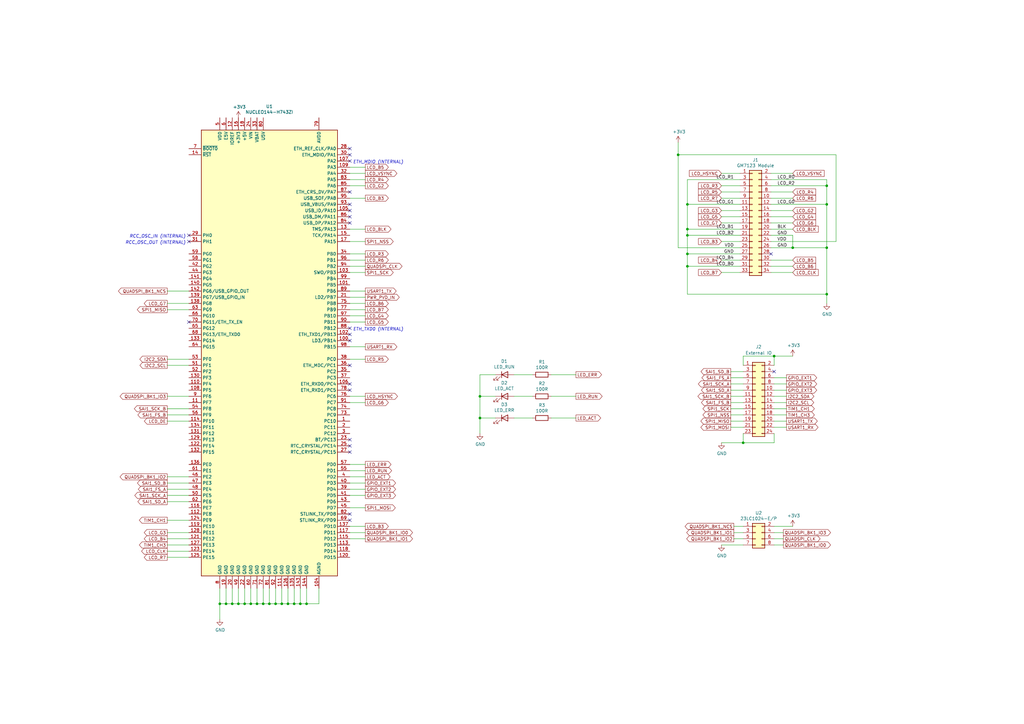
<source format=kicad_sch>
(kicad_sch (version 20211123) (generator eeschema)
  (paper "A3")
  (title_block (title "Stock Price Display") (date "2022-06-09") (company "Jeonghyun Kim"))
  (lib_symbols
    (symbol "2022_barami-rescue:+3.3V-power" (power) (pin_names (offset 0))
      (property "Value" "+3.3V-power" (at 0 3.556 0))
      (symbol "+3.3V-power_0_1"
        (polyline (pts (xy -0.762 1.27) (xy 0 2.54)))
        (polyline (pts (xy 0 0) (xy 0 2.54)))
        (polyline (pts (xy 0 2.54) (xy 0.762 1.27)))
      )
      (symbol "+3.3V-power_1_1"
        (pin power_in line (at 0 0 90) (length 0) hide (name "+3V3") (number "1"))
      )
    )
    (symbol "Connector_Generic:Conn_02x04_Odd_Even" (pin_names (offset 1.016) hide)
      (property "Reference" "J" (at 1.27 5.08 0))
      (property "Value" "Conn_02x04_Odd_Even" (at 1.27 -7.62 0))
      (symbol "Conn_02x04_Odd_Even_1_1"
        (rectangle (start -1.27 -4.953) (end 0 -5.207) (stroke (width 0.1524)))
        (rectangle (start -1.27 -2.413) (end 0 -2.667) (stroke (width 0.1524)))
        (rectangle (start -1.27 0.127) (end 0 -0.127) (stroke (width 0.1524)))
        (rectangle (start -1.27 2.667) (end 0 2.413) (stroke (width 0.1524)))
        (rectangle (start -1.27 3.81) (end 3.81 -6.35) (stroke (width 0.254)) (fill (type background)))
        (rectangle (start 3.81 -4.953) (end 2.54 -5.207) (stroke (width 0.1524)))
        (rectangle (start 3.81 -2.413) (end 2.54 -2.667) (stroke (width 0.1524)))
        (rectangle (start 3.81 0.127) (end 2.54 -0.127) (stroke (width 0.1524)))
        (rectangle (start 3.81 2.667) (end 2.54 2.413) (stroke (width 0.1524)))
        (pin passive line (at -5.08 2.54 0) (length 3.81) (name "Pin_1") (number "1"))
        (pin passive line (at 7.62 2.54 180) (length 3.81) (name "Pin_2") (number "2"))
        (pin passive line (at -5.08 0 0) (length 3.81) (name "Pin_3") (number "3"))
        (pin passive line (at 7.62 0 180) (length 3.81) (name "Pin_4") (number "4"))
        (pin passive line (at -5.08 -2.54 0) (length 3.81) (name "Pin_5") (number "5"))
        (pin passive line (at 7.62 -2.54 180) (length 3.81) (name "Pin_6") (number "6"))
        (pin passive line (at -5.08 -5.08 0) (length 3.81) (name "Pin_7") (number "7"))
        (pin passive line (at 7.62 -5.08 180) (length 3.81) (name "Pin_8") (number "8"))
      )
    )
    (symbol "Connector_Generic:Conn_02x12_Odd_Even" (pin_names (offset 1.016) hide)
      (property "Reference" "J" (at 1.27 15.24 0))
      (property "Value" "Conn_02x12_Odd_Even" (at 1.27 -17.78 0))
      (symbol "Conn_02x12_Odd_Even_1_1"
        (rectangle (start -1.27 -15.113) (end 0 -15.367) (stroke (width 0.1524)))
        (rectangle (start -1.27 -12.573) (end 0 -12.827) (stroke (width 0.1524)))
        (rectangle (start -1.27 -10.033) (end 0 -10.287) (stroke (width 0.1524)))
        (rectangle (start -1.27 -7.493) (end 0 -7.747) (stroke (width 0.1524)))
        (rectangle (start -1.27 -4.953) (end 0 -5.207) (stroke (width 0.1524)))
        (rectangle (start -1.27 -2.413) (end 0 -2.667) (stroke (width 0.1524)))
        (rectangle (start -1.27 0.127) (end 0 -0.127) (stroke (width 0.1524)))
        (rectangle (start -1.27 2.667) (end 0 2.413) (stroke (width 0.1524)))
        (rectangle (start -1.27 5.207) (end 0 4.953) (stroke (width 0.1524)))
        (rectangle (start -1.27 7.747) (end 0 7.493) (stroke (width 0.1524)))
        (rectangle (start -1.27 10.287) (end 0 10.033) (stroke (width 0.1524)))
        (rectangle (start -1.27 12.827) (end 0 12.573) (stroke (width 0.1524)))
        (rectangle (start -1.27 13.97) (end 3.81 -16.51) (stroke (width 0.254)) (fill (type background)))
        (rectangle (start 3.81 -15.113) (end 2.54 -15.367) (stroke (width 0.1524)))
        (rectangle (start 3.81 -12.573) (end 2.54 -12.827) (stroke (width 0.1524)))
        (rectangle (start 3.81 -10.033) (end 2.54 -10.287) (stroke (width 0.1524)))
        (rectangle (start 3.81 -7.493) (end 2.54 -7.747) (stroke (width 0.1524)))
        (rectangle (start 3.81 -4.953) (end 2.54 -5.207) (stroke (width 0.1524)))
        (rectangle (start 3.81 -2.413) (end 2.54 -2.667) (stroke (width 0.1524)))
        (rectangle (start 3.81 0.127) (end 2.54 -0.127) (stroke (width 0.1524)))
        (rectangle (start 3.81 2.667) (end 2.54 2.413) (stroke (width 0.1524)))
        (rectangle (start 3.81 5.207) (end 2.54 4.953) (stroke (width 0.1524)))
        (rectangle (start 3.81 7.747) (end 2.54 7.493) (stroke (width 0.1524)))
        (rectangle (start 3.81 10.287) (end 2.54 10.033) (stroke (width 0.1524)))
        (rectangle (start 3.81 12.827) (end 2.54 12.573) (stroke (width 0.1524)))
        (pin passive line (at -5.08 12.7 0) (length 3.81) (name "Pin_1") (number "1"))
        (pin passive line (at 7.62 2.54 180) (length 3.81) (name "Pin_10") (number "10"))
        (pin passive line (at -5.08 0 0) (length 3.81) (name "Pin_11") (number "11"))
        (pin passive line (at 7.62 0 180) (length 3.81) (name "Pin_12") (number "12"))
        (pin passive line (at -5.08 -2.54 0) (length 3.81) (name "Pin_13") (number "13"))
        (pin passive line (at 7.62 -2.54 180) (length 3.81) (name "Pin_14") (number "14"))
        (pin passive line (at -5.08 -5.08 0) (length 3.81) (name "Pin_15") (number "15"))
        (pin passive line (at 7.62 -5.08 180) (length 3.81) (name "Pin_16") (number "16"))
        (pin passive line (at -5.08 -7.62 0) (length 3.81) (name "Pin_17") (number "17"))
        (pin passive line (at 7.62 -7.62 180) (length 3.81) (name "Pin_18") (number "18"))
        (pin passive line (at -5.08 -10.16 0) (length 3.81) (name "Pin_19") (number "19"))
        (pin passive line (at 7.62 12.7 180) (length 3.81) (name "Pin_2") (number "2"))
        (pin passive line (at 7.62 -10.16 180) (length 3.81) (name "Pin_20") (number "20"))
        (pin passive line (at -5.08 -12.7 0) (length 3.81) (name "Pin_21") (number "21"))
        (pin passive line (at 7.62 -12.7 180) (length 3.81) (name "Pin_22") (number "22"))
        (pin passive line (at -5.08 -15.24 0) (length 3.81) (name "Pin_23") (number "23"))
        (pin passive line (at 7.62 -15.24 180) (length 3.81) (name "Pin_24") (number "24"))
        (pin passive line (at -5.08 10.16 0) (length 3.81) (name "Pin_3") (number "3"))
        (pin passive line (at 7.62 10.16 180) (length 3.81) (name "Pin_4") (number "4"))
        (pin passive line (at -5.08 7.62 0) (length 3.81) (name "Pin_5") (number "5"))
        (pin passive line (at 7.62 7.62 180) (length 3.81) (name "Pin_6") (number "6"))
        (pin passive line (at -5.08 5.08 0) (length 3.81) (name "Pin_7") (number "7"))
        (pin passive line (at 7.62 5.08 180) (length 3.81) (name "Pin_8") (number "8"))
        (pin passive line (at -5.08 2.54 0) (length 3.81) (name "Pin_9") (number "9"))
      )
    )
    (symbol "Connector_Generic:Conn_02x17_Odd_Even" (pin_names (offset 1.016) hide)
      (property "Reference" "J" (at 1.27 22.86 0))
      (property "Value" "Conn_02x17_Odd_Even" (at 1.27 -22.86 0))
      (symbol "Conn_02x17_Odd_Even_1_1"
        (rectangle (start -1.27 -20.193) (end 0 -20.447) (stroke (width 0.1524)))
        (rectangle (start -1.27 -17.653) (end 0 -17.907) (stroke (width 0.1524)))
        (rectangle (start -1.27 -15.113) (end 0 -15.367) (stroke (width 0.1524)))
        (rectangle (start -1.27 -12.573) (end 0 -12.827) (stroke (width 0.1524)))
        (rectangle (start -1.27 -10.033) (end 0 -10.287) (stroke (width 0.1524)))
        (rectangle (start -1.27 -7.493) (end 0 -7.747) (stroke (width 0.1524)))
        (rectangle (start -1.27 -4.953) (end 0 -5.207) (stroke (width 0.1524)))
        (rectangle (start -1.27 -2.413) (end 0 -2.667) (stroke (width 0.1524)))
        (rectangle (start -1.27 0.127) (end 0 -0.127) (stroke (width 0.1524)))
        (rectangle (start -1.27 2.667) (end 0 2.413) (stroke (width 0.1524)))
        (rectangle (start -1.27 5.207) (end 0 4.953) (stroke (width 0.1524)))
        (rectangle (start -1.27 7.747) (end 0 7.493) (stroke (width 0.1524)))
        (rectangle (start -1.27 10.287) (end 0 10.033) (stroke (width 0.1524)))
        (rectangle (start -1.27 12.827) (end 0 12.573) (stroke (width 0.1524)))
        (rectangle (start -1.27 15.367) (end 0 15.113) (stroke (width 0.1524)))
        (rectangle (start -1.27 17.907) (end 0 17.653) (stroke (width 0.1524)))
        (rectangle (start -1.27 20.447) (end 0 20.193) (stroke (width 0.1524)))
        (rectangle (start -1.27 21.59) (end 3.81 -21.59) (stroke (width 0.254)) (fill (type background)))
        (rectangle (start 3.81 -20.193) (end 2.54 -20.447) (stroke (width 0.1524)))
        (rectangle (start 3.81 -17.653) (end 2.54 -17.907) (stroke (width 0.1524)))
        (rectangle (start 3.81 -15.113) (end 2.54 -15.367) (stroke (width 0.1524)))
        (rectangle (start 3.81 -12.573) (end 2.54 -12.827) (stroke (width 0.1524)))
        (rectangle (start 3.81 -10.033) (end 2.54 -10.287) (stroke (width 0.1524)))
        (rectangle (start 3.81 -7.493) (end 2.54 -7.747) (stroke (width 0.1524)))
        (rectangle (start 3.81 -4.953) (end 2.54 -5.207) (stroke (width 0.1524)))
        (rectangle (start 3.81 -2.413) (end 2.54 -2.667) (stroke (width 0.1524)))
        (rectangle (start 3.81 0.127) (end 2.54 -0.127) (stroke (width 0.1524)))
        (rectangle (start 3.81 2.667) (end 2.54 2.413) (stroke (width 0.1524)))
        (rectangle (start 3.81 5.207) (end 2.54 4.953) (stroke (width 0.1524)))
        (rectangle (start 3.81 7.747) (end 2.54 7.493) (stroke (width 0.1524)))
        (rectangle (start 3.81 10.287) (end 2.54 10.033) (stroke (width 0.1524)))
        (rectangle (start 3.81 12.827) (end 2.54 12.573) (stroke (width 0.1524)))
        (rectangle (start 3.81 15.367) (end 2.54 15.113) (stroke (width 0.1524)))
        (rectangle (start 3.81 17.907) (end 2.54 17.653) (stroke (width 0.1524)))
        (rectangle (start 3.81 20.447) (end 2.54 20.193) (stroke (width 0.1524)))
        (pin passive line (at -5.08 20.32 0) (length 3.81) (name "Pin_1") (number "1"))
        (pin passive line (at 7.62 10.16 180) (length 3.81) (name "Pin_10") (number "10"))
        (pin passive line (at -5.08 7.62 0) (length 3.81) (name "Pin_11") (number "11"))
        (pin passive line (at 7.62 7.62 180) (length 3.81) (name "Pin_12") (number "12"))
        (pin passive line (at -5.08 5.08 0) (length 3.81) (name "Pin_13") (number "13"))
        (pin passive line (at 7.62 5.08 180) (length 3.81) (name "Pin_14") (number "14"))
        (pin passive line (at -5.08 2.54 0) (length 3.81) (name "Pin_15") (number "15"))
        (pin passive line (at 7.62 2.54 180) (length 3.81) (name "Pin_16") (number "16"))
        (pin passive line (at -5.08 0 0) (length 3.81) (name "Pin_17") (number "17"))
        (pin passive line (at 7.62 0 180) (length 3.81) (name "Pin_18") (number "18"))
        (pin passive line (at -5.08 -2.54 0) (length 3.81) (name "Pin_19") (number "19"))
        (pin passive line (at 7.62 20.32 180) (length 3.81) (name "Pin_2") (number "2"))
        (pin passive line (at 7.62 -2.54 180) (length 3.81) (name "Pin_20") (number "20"))
        (pin passive line (at -5.08 -5.08 0) (length 3.81) (name "Pin_21") (number "21"))
        (pin passive line (at 7.62 -5.08 180) (length 3.81) (name "Pin_22") (number "22"))
        (pin passive line (at -5.08 -7.62 0) (length 3.81) (name "Pin_23") (number "23"))
        (pin passive line (at 7.62 -7.62 180) (length 3.81) (name "Pin_24") (number "24"))
        (pin passive line (at -5.08 -10.16 0) (length 3.81) (name "Pin_25") (number "25"))
        (pin passive line (at 7.62 -10.16 180) (length 3.81) (name "Pin_26") (number "26"))
        (pin passive line (at -5.08 -12.7 0) (length 3.81) (name "Pin_27") (number "27"))
        (pin passive line (at 7.62 -12.7 180) (length 3.81) (name "Pin_28") (number "28"))
        (pin passive line (at -5.08 -15.24 0) (length 3.81) (name "Pin_29") (number "29"))
        (pin passive line (at -5.08 17.78 0) (length 3.81) (name "Pin_3") (number "3"))
        (pin passive line (at 7.62 -15.24 180) (length 3.81) (name "Pin_30") (number "30"))
        (pin passive line (at -5.08 -17.78 0) (length 3.81) (name "Pin_31") (number "31"))
        (pin passive line (at 7.62 -17.78 180) (length 3.81) (name "Pin_32") (number "32"))
        (pin passive line (at -5.08 -20.32 0) (length 3.81) (name "Pin_33") (number "33"))
        (pin passive line (at 7.62 -20.32 180) (length 3.81) (name "Pin_34") (number "34"))
        (pin passive line (at 7.62 17.78 180) (length 3.81) (name "Pin_4") (number "4"))
        (pin passive line (at -5.08 15.24 0) (length 3.81) (name "Pin_5") (number "5"))
        (pin passive line (at 7.62 15.24 180) (length 3.81) (name "Pin_6") (number "6"))
        (pin passive line (at -5.08 12.7 0) (length 3.81) (name "Pin_7") (number "7"))
        (pin passive line (at 7.62 12.7 180) (length 3.81) (name "Pin_8") (number "8"))
        (pin passive line (at -5.08 10.16 0) (length 3.81) (name "Pin_9") (number "9"))
      )
    )
    (symbol "Device:LED" (pin_numbers hide) (pin_names (offset 1.016) hide)
      (property "Reference" "D" (at 0 2.54 0))
      (property "Value" "LED" (at 0 -2.54 0))
      (symbol "LED_0_1"
        (polyline (pts (xy -1.27 -1.27) (xy -1.27 1.27)) (stroke (width 0.254)))
        (polyline (pts (xy -1.27 0) (xy 1.27 0)))
        (polyline (pts (xy 1.27 -1.27) (xy 1.27 1.27) (xy -1.27 0) (xy 1.27 -1.27)) (stroke (width 0.254)))
        (polyline (pts (xy -3.048 -0.762) (xy -4.572 -2.286) (xy -3.81 -2.286) (xy -4.572 -2.286) (xy -4.572 -1.524)))
        (polyline (pts (xy -1.778 -0.762) (xy -3.302 -2.286) (xy -2.54 -2.286) (xy -3.302 -2.286) (xy -3.302 -1.524)))
      )
      (symbol "LED_1_1"
        (pin passive line (at -3.81 0 0) (length 2.54) (name "K") (number "1"))
        (pin passive line (at 3.81 0 180) (length 2.54) (name "A") (number "2"))
      )
    )
    (symbol "Device:R" (pin_numbers hide) (pin_names (offset 0))
      (property "Reference" "R" (at 2.032 0 90))
      (property "Value" "R" (at 0 0 90))
      (symbol "R_0_1"
        (rectangle (start -1.016 -2.54) (end 1.016 2.54) (stroke (width 0.254)))
      )
      (symbol "R_1_1"
        (pin passive line (at 0 3.81 270) (length 1.27) (name "~") (number "1"))
        (pin passive line (at 0 -3.81 90) (length 1.27) (name "~") (number "2"))
      )
    )
    (symbol "MCU_Module:NUCLEO144-H743ZI"
      (property "Reference" "U" (at -22.86 94.615 0))
      (property "Value" "NUCLEO144-H743ZI" (at -22.86 92.71 0))
      (symbol "NUCLEO144-H743ZI_0_1"
        (rectangle (start -27.94 -91.44) (end 27.94 91.44) (stroke (width 0.254)) (fill (type background)))
      )
      (symbol "NUCLEO144-H743ZI_1_1"
        (pin bidirectional line (at 33.02 -27.94 180) (length 5.08) (name "PC10") (number "1"))
        (pin no_connect line (at -33.02 55.88 0) (length 5.08) hide (name "NC") (number "10"))
        (pin bidirectional line (at 33.02 5.08 180) (length 5.08) (name "LD3/PB14") (number "100"))
        (pin bidirectional line (at 33.02 27.94 180) (length 5.08) (name "PB5") (number "101"))
        (pin bidirectional line (at 33.02 7.62 180) (length 5.08) (name "ETH_TXD1/PB13") (number "102"))
        (pin bidirectional line (at 33.02 33.02 180) (length 5.08) (name "SWO/PB3") (number "103"))
        (pin power_in line (at 20.32 -96.52 90) (length 5.08) (name "AGND") (number "104"))
        (pin bidirectional line (at 33.02 58.42 180) (length 5.08) (name "USB_ID/PA10") (number "105"))
        (pin bidirectional line (at 33.02 -12.7 180) (length 5.08) (name "ETH_RXD0/PC4") (number "106"))
        (pin bidirectional line (at 33.02 78.74 180) (length 5.08) (name "PA2") (number "107"))
        (pin bidirectional line (at -33.02 -15.24 0) (length 5.08) (name "PF5") (number "108"))
        (pin bidirectional line (at 33.02 76.2 180) (length 5.08) (name "PA3") (number "109"))
        (pin bidirectional line (at -33.02 -20.32 0) (length 5.08) (name "PF7") (number "11"))
        (pin bidirectional line (at -33.02 -12.7 0) (length 5.08) (name "PF4") (number "110"))
        (pin power_in line (at 5.08 -96.52 90) (length 5.08) (name "GND") (number "111"))
        (pin bidirectional line (at -33.02 -66.04 0) (length 5.08) (name "PE8") (number "112"))
        (pin bidirectional line (at 33.02 -78.74 180) (length 5.08) (name "PD13") (number "113"))
        (pin bidirectional line (at -33.02 -27.94 0) (length 5.08) (name "PF10") (number "114"))
        (pin bidirectional line (at 33.02 -76.2 180) (length 5.08) (name "PD12") (number "115"))
        (pin bidirectional line (at -33.02 -63.5 0) (length 5.08) (name "PE7") (number "116"))
        (pin bidirectional line (at 33.02 -73.66 180) (length 5.08) (name "PD11") (number "117"))
        (pin bidirectional line (at 33.02 -81.28 180) (length 5.08) (name "PD14") (number "118"))
        (pin bidirectional line (at -33.02 -71.12 0) (length 5.08) (name "PE10") (number "119"))
        (pin power_in line (at -15.24 96.52 270) (length 5.08) (name "IOREF") (number "12"))
        (pin bidirectional line (at 33.02 -83.82 180) (length 5.08) (name "PD15") (number "120"))
        (pin bidirectional line (at -33.02 -76.2 0) (length 5.08) (name "PE12") (number "121"))
        (pin bidirectional line (at -33.02 -38.1 0) (length 5.08) (name "PF14") (number "122"))
        (pin bidirectional line (at -33.02 -81.28 0) (length 5.08) (name "PE14") (number "123"))
        (pin bidirectional line (at -33.02 -68.58 0) (length 5.08) (name "PE9") (number "124"))
        (pin bidirectional line (at -33.02 -83.82 0) (length 5.08) (name "PE15") (number "125"))
        (pin power_in line (at 7.62 -96.52 90) (length 5.08) (name "GND") (number "126"))
        (pin bidirectional line (at -33.02 -78.74 0) (length 5.08) (name "PE13") (number "127"))
        (pin bidirectional line (at -33.02 -73.66 0) (length 5.08) (name "PE11") (number "128"))
        (pin bidirectional line (at -33.02 -35.56 0) (length 5.08) (name "PF13") (number "129"))
        (pin bidirectional line (at 33.02 50.8 180) (length 5.08) (name "TMS/PA13") (number "13"))
        (pin bidirectional line (at -33.02 -10.16 0) (length 5.08) (name "PF3") (number "130"))
        (pin bidirectional line (at -33.02 -33.02 0) (length 5.08) (name "PF12") (number "131"))
        (pin bidirectional line (at -33.02 -40.64 0) (length 5.08) (name "PF15") (number "132"))
        (pin bidirectional line (at -33.02 5.08 0) (length 5.08) (name "PG14") (number "133"))
        (pin bidirectional line (at -33.02 -30.48 0) (length 5.08) (name "PF11") (number "134"))
        (pin power_in line (at 10.16 -96.52 90) (length 5.08) (name "GND") (number "135"))
        (pin bidirectional line (at -33.02 -45.72 0) (length 5.08) (name "PE0") (number "136"))
        (pin bidirectional line (at 33.02 -71.12 180) (length 5.08) (name "PD10") (number "137"))
        (pin bidirectional line (at -33.02 20.32 0) (length 5.08) (name "PG8") (number "138"))
        (pin bidirectional line (at -33.02 22.86 0) (length 5.08) (name "PG7/USB_GPIO_IN") (number "139"))
        (pin input line (at -33.02 81.28 0) (length 5.08) (name "~{RST}") (number "14"))
        (pin bidirectional line (at -33.02 27.94 0) (length 5.08) (name "PG5") (number "140"))
        (pin bidirectional line (at -33.02 30.48 0) (length 5.08) (name "PG4") (number "141"))
        (pin bidirectional line (at -33.02 25.4 0) (length 5.08) (name "PG6/USB_GPIO_OUT") (number "142"))
        (pin power_in line (at 12.7 -96.52 90) (length 5.08) (name "GND") (number "143"))
        (pin power_in line (at 15.24 -96.52 90) (length 5.08) (name "GND") (number "144"))
        (pin bidirectional line (at 33.02 48.26 180) (length 5.08) (name "TCK/PA14") (number "15"))
        (pin power_in line (at -12.7 96.52 270) (length 5.08) (name "+3V3") (number "16"))
        (pin bidirectional line (at 33.02 45.72 180) (length 5.08) (name "PA15") (number "17"))
        (pin power_in line (at -10.16 96.52 270) (length 5.08) (name "+5V") (number "18"))
        (pin power_in line (at -17.78 -96.52 90) (length 5.08) (name "GND") (number "19"))
        (pin bidirectional line (at 33.02 -30.48 180) (length 5.08) (name "PC11") (number "2"))
        (pin power_in line (at -15.24 -96.52 90) (length 5.08) (name "GND") (number "20"))
        (pin bidirectional line (at 33.02 22.86 180) (length 5.08) (name "LD2/PB7") (number "21"))
        (pin power_in line (at -10.16 -96.52 90) (length 5.08) (name "GND") (number "22"))
        (pin bidirectional line (at 33.02 -35.56 180) (length 5.08) (name "BT/PC13") (number "23"))
        (pin power_in line (at -7.62 96.52 270) (length 5.08) (name "VIN") (number "24"))
        (pin bidirectional line (at 33.02 -38.1 180) (length 5.08) (name "RTC_CRYSTAL/PC14") (number "25"))
        (pin no_connect line (at -33.02 58.42 0) (length 5.08) hide (name "NC") (number "26"))
        (pin bidirectional line (at 33.02 -40.64 180) (length 5.08) (name "RTC_CRYSTAL/PC15") (number "27"))
        (pin bidirectional line (at 33.02 83.82 180) (length 5.08) (name "ETH_REF_CLK/PA0") (number "28"))
        (pin bidirectional line (at -33.02 48.26 0) (length 5.08) (name "PH0") (number "29"))
        (pin bidirectional line (at 33.02 -33.02 180) (length 5.08) (name "PC12") (number "3"))
        (pin bidirectional line (at 33.02 81.28 180) (length 5.08) (name "ETH_MDIO/PA1") (number "30"))
        (pin bidirectional line (at -33.02 45.72 0) (length 5.08) (name "PH1") (number "31"))
        (pin bidirectional line (at 33.02 73.66 180) (length 5.08) (name "PA4") (number "32"))
        (pin power_in line (at -5.08 96.52 270) (length 5.08) (name "VBAT") (number "33"))
        (pin bidirectional line (at 33.02 40.64 180) (length 5.08) (name "PB0") (number "34"))
        (pin bidirectional line (at 33.02 -7.62 180) (length 5.08) (name "PC2") (number "35"))
        (pin bidirectional line (at 33.02 -5.08 180) (length 5.08) (name "ETH_MDC/PC1") (number "36"))
        (pin bidirectional line (at 33.02 -10.16 180) (length 5.08) (name "PC3") (number "37"))
        (pin bidirectional line (at 33.02 -2.54 180) (length 5.08) (name "PC0") (number "38"))
        (pin bidirectional line (at 33.02 -55.88 180) (length 5.08) (name "PD4") (number "39"))
        (pin bidirectional line (at 33.02 -50.8 180) (length 5.08) (name "PD2") (number "4"))
        (pin bidirectional line (at 33.02 -53.34 180) (length 5.08) (name "PD3") (number "40"))
        (pin bidirectional line (at 33.02 -58.42 180) (length 5.08) (name "PD5") (number "41"))
        (pin bidirectional line (at -33.02 35.56 0) (length 5.08) (name "PG2") (number "42"))
        (pin bidirectional line (at 33.02 -60.96 180) (length 5.08) (name "PD6") (number "43"))
        (pin bidirectional line (at -33.02 33.02 0) (length 5.08) (name "PG3") (number "44"))
        (pin bidirectional line (at 33.02 -63.5 180) (length 5.08) (name "PD7") (number "45"))
        (pin bidirectional line (at -33.02 -50.8 0) (length 5.08) (name "PE2") (number "46"))
        (pin bidirectional line (at -33.02 -53.34 0) (length 5.08) (name "PE3") (number "47"))
        (pin bidirectional line (at -33.02 -55.88 0) (length 5.08) (name "PE4") (number "48"))
        (pin power_in line (at -12.7 -96.52 90) (length 5.08) (name "GND") (number "49"))
        (pin power_in line (at -20.32 96.52 270) (length 5.08) (name "VDD") (number "5"))
        (pin bidirectional line (at -33.02 -58.42 0) (length 5.08) (name "PE5") (number "50"))
        (pin bidirectional line (at -33.02 -5.08 0) (length 5.08) (name "PF1") (number "51"))
        (pin bidirectional line (at -33.02 -7.62 0) (length 5.08) (name "PF2") (number "52"))
        (pin bidirectional line (at -33.02 -2.54 0) (length 5.08) (name "PF0") (number "53"))
        (pin bidirectional line (at -33.02 -22.86 0) (length 5.08) (name "PF8") (number "54"))
        (pin bidirectional line (at 33.02 -48.26 180) (length 5.08) (name "PD1") (number "55"))
        (pin bidirectional line (at -33.02 -25.4 0) (length 5.08) (name "PF9") (number "56"))
        (pin bidirectional line (at 33.02 -45.72 180) (length 5.08) (name "PD0") (number "57"))
        (pin bidirectional line (at -33.02 38.1 0) (length 5.08) (name "PG1") (number "58"))
        (pin bidirectional line (at -33.02 40.64 0) (length 5.08) (name "PG0") (number "59"))
        (pin power_in line (at -17.78 96.52 270) (length 5.08) (name "E5V") (number "6"))
        (pin power_in line (at -7.62 -96.52 90) (length 5.08) (name "GND") (number "60"))
        (pin bidirectional line (at -33.02 -48.26 0) (length 5.08) (name "PE1") (number "61"))
        (pin bidirectional line (at -33.02 -60.96 0) (length 5.08) (name "PE6") (number "62"))
        (pin bidirectional line (at -33.02 17.78 0) (length 5.08) (name "PG9") (number "63"))
        (pin bidirectional line (at -33.02 2.54 0) (length 5.08) (name "PG15") (number "64"))
        (pin bidirectional line (at -33.02 10.16 0) (length 5.08) (name "PG12") (number "65"))
        (pin bidirectional line (at -33.02 15.24 0) (length 5.08) (name "PG10") (number "66"))
        (pin no_connect line (at -33.02 53.34 0) (length 5.08) hide (name "NC") (number "67"))
        (pin bidirectional line (at -33.02 7.62 0) (length 5.08) (name "PG13/ETH_TXD0") (number "68"))
        (pin bidirectional line (at 33.02 -68.58 180) (length 5.08) (name "STLINK_RX/PD9") (number "69"))
        (pin input line (at -33.02 83.82 0) (length 5.08) (name "~{BOOT0}") (number "7"))
        (pin bidirectional line (at -33.02 12.7 0) (length 5.08) (name "PG11/ETH_TX_EN") (number "70"))
        (pin power_in line (at -5.08 -96.52 90) (length 5.08) (name "GND") (number "71"))
        (pin power_in line (at -2.54 -96.52 90) (length 5.08) (name "GND") (number "72"))
        (pin bidirectional line (at 33.02 -25.4 180) (length 5.08) (name "PC9") (number "73"))
        (pin bidirectional line (at 33.02 -22.86 180) (length 5.08) (name "PC8") (number "74"))
        (pin bidirectional line (at 33.02 20.32 180) (length 5.08) (name "PB8") (number "75"))
        (pin bidirectional line (at 33.02 -17.78 180) (length 5.08) (name "PC6") (number "76"))
        (pin bidirectional line (at 33.02 17.78 180) (length 5.08) (name "PB9") (number "77"))
        (pin bidirectional line (at 33.02 -15.24 180) (length 5.08) (name "ETH_RXD1/PC5") (number "78"))
        (pin power_in line (at 20.32 96.52 270) (length 5.08) (name "AVDD") (number "79"))
        (pin power_in line (at -20.32 -96.52 90) (length 5.08) (name "GND") (number "8"))
        (pin power_in line (at -2.54 96.52 270) (length 5.08) (name "U5V") (number "80"))
        (pin power_in line (at 0 -96.52 90) (length 5.08) (name "GND") (number "81"))
        (pin bidirectional line (at 33.02 -66.04 180) (length 5.08) (name "STLINK_TX/PD8") (number "82"))
        (pin bidirectional line (at 33.02 71.12 180) (length 5.08) (name "PA5") (number "83"))
        (pin bidirectional line (at 33.02 53.34 180) (length 5.08) (name "USB_DP/PA12") (number "84"))
        (pin bidirectional line (at 33.02 68.58 180) (length 5.08) (name "PA6") (number "85"))
        (pin bidirectional line (at 33.02 55.88 180) (length 5.08) (name "USB_DM/PA11") (number "86"))
        (pin bidirectional line (at 33.02 66.04 180) (length 5.08) (name "ETH_CRS_DV/PA7") (number "87"))
        (pin bidirectional line (at 33.02 10.16 180) (length 5.08) (name "PB12") (number "88"))
        (pin bidirectional line (at 33.02 25.4 180) (length 5.08) (name "PB6") (number "89"))
        (pin bidirectional line (at -33.02 -17.78 0) (length 5.08) (name "PF6") (number "9"))
        (pin bidirectional line (at 33.02 12.7 180) (length 5.08) (name "PB11") (number "90"))
        (pin bidirectional line (at 33.02 -20.32 180) (length 5.08) (name "PC7") (number "91"))
        (pin power_in line (at 2.54 -96.52 90) (length 5.08) (name "GND") (number "92"))
        (pin bidirectional line (at 33.02 60.96 180) (length 5.08) (name "USB_VBUS/PA9") (number "93"))
        (pin bidirectional line (at 33.02 35.56 180) (length 5.08) (name "PB2") (number "94"))
        (pin bidirectional line (at 33.02 63.5 180) (length 5.08) (name "USB_SOF/PA8") (number "95"))
        (pin bidirectional line (at 33.02 38.1 180) (length 5.08) (name "PB1") (number "96"))
        (pin bidirectional line (at 33.02 15.24 180) (length 5.08) (name "PB10") (number "97"))
        (pin bidirectional line (at 33.02 2.54 180) (length 5.08) (name "PB15") (number "98"))
        (pin bidirectional line (at 33.02 30.48 180) (length 5.08) (name "PB4") (number "99"))
      )
    )
    (symbol "power:GND" (power) (pin_names (offset 0))
      (property "Value" "GND" (at 0 -3.81 0))
      (symbol "GND_0_1"
        (polyline (pts (xy 0 0) (xy 0 -1.27) (xy 1.27 -1.27) (xy 0 -2.54) (xy -1.27 -1.27) (xy 0 -1.27)))
      )
      (symbol "GND_1_1"
        (pin power_in line (at 0 0 270) (length 0) hide (name "GND") (number "1"))
      )
    )
  )
  (junction (at 281.94 83.82))
  (junction (at 278.13 63.5))
  (junction (at 339.09 101.6))
  (junction (at 281.94 93.98))
  (junction (at 107.95 247.65))
  (junction (at 120.65 247.65))
  (junction (at 304.8 181.61))
  (junction (at 92.71 247.65))
  (junction (at 97.79 247.65))
  (junction (at 325.12 101.6))
  (junction (at 102.87 247.65))
  (junction (at 317.5 146.05))
  (junction (at 113.03 247.65))
  (junction (at 196.85 171.45))
  (junction (at 339.09 83.82))
  (junction (at 196.85 162.56))
  (junction (at 115.57 247.65))
  (junction (at 125.73 247.65))
  (junction (at 100.33 247.65))
  (junction (at 105.41 247.65))
  (junction (at 95.25 247.65))
  (junction (at 110.49 247.65))
  (junction (at 281.94 104.14))
  (junction (at 118.11 247.65))
  (junction (at 281.94 109.22))
  (junction (at 123.19 247.65))
  (junction (at 339.09 76.2))
  (junction (at 339.09 120.65))
  (junction (at 90.17 247.65))
  (junction (at 281.94 96.52))
  (no_connect (at 143.51 157.48))
  (no_connect (at 316.23 104.14))
  (no_connect (at 143.51 185.42))
  (no_connect (at 143.51 182.88))
  (no_connect (at 143.51 149.86))
  (no_connect (at 143.51 213.36))
  (no_connect (at 143.51 134.62))
  (no_connect (at 143.51 78.74))
  (no_connect (at 317.5 152.4))
  (no_connect (at 143.51 139.7))
  (no_connect (at 143.51 60.96))
  (no_connect (at 143.51 83.82))
  (no_connect (at 143.51 180.34))
  (no_connect (at 143.51 63.5))
  (no_connect (at 143.51 66.04))
  (no_connect (at 143.51 137.16))
  (no_connect (at 77.47 99.06))
  (no_connect (at 77.47 96.52))
  (no_connect (at 143.51 86.36))
  (no_connect (at 143.51 88.9))
  (no_connect (at 143.51 210.82))
  (no_connect (at 143.51 160.02))
  (no_connect (at 143.51 91.44))
  (no_connect (at 77.47 132.08))
  (wire (pts (xy 77.47 167.64) (xy 68.58 167.64)))
  (wire (pts (xy 120.65 247.65) (xy 123.19 247.65)))
  (wire (pts (xy 281.94 104.14) (xy 281.94 109.22)))
  (wire (pts (xy 196.85 162.56) (xy 196.85 171.45)))
  (wire (pts (xy 281.94 83.82) (xy 281.94 93.98)))
  (wire (pts (xy 316.23 93.98) (xy 325.12 93.98)))
  (wire (pts (xy 196.85 171.45) (xy 196.85 177.8)))
  (wire (pts (xy 236.22 153.67) (xy 226.06 153.67)))
  (wire (pts (xy 281.94 93.98) (xy 281.94 96.52)))
  (wire (pts (xy 304.8 149.86) (xy 304.8 146.05)))
  (wire (pts (xy 317.5 172.72) (xy 322.58 172.72)))
  (wire (pts (xy 68.58 149.86) (xy 77.47 149.86)))
  (wire (pts (xy 77.47 213.36) (xy 68.58 213.36)))
  (wire (pts (xy 299.72 172.72) (xy 304.8 172.72)))
  (wire (pts (xy 304.8 165.1) (xy 299.72 165.1)))
  (wire (pts (xy 303.53 86.36) (xy 295.91 86.36)))
  (wire (pts (xy 77.47 127) (xy 68.58 127)))
  (wire (pts (xy 339.09 73.66) (xy 339.09 76.2)))
  (wire (pts (xy 102.87 241.3) (xy 102.87 247.65)))
  (wire (pts (xy 68.58 228.6) (xy 77.47 228.6)))
  (wire (pts (xy 325.12 71.12) (xy 316.23 71.12)))
  (wire (pts (xy 149.86 190.5) (xy 143.51 190.5)))
  (wire (pts (xy 278.13 63.5) (xy 278.13 58.42)))
  (wire (pts (xy 77.47 147.32) (xy 68.58 147.32)))
  (wire (pts (xy 149.86 142.24) (xy 143.51 142.24)))
  (wire (pts (xy 303.53 76.2) (xy 295.91 76.2)))
  (wire (pts (xy 77.47 203.2) (xy 68.58 203.2)))
  (wire (pts (xy 317.5 146.05) (xy 325.12 146.05)))
  (wire (pts (xy 115.57 247.65) (xy 118.11 247.65)))
  (wire (pts (xy 149.86 99.06) (xy 143.51 99.06)))
  (wire (pts (xy 325.12 86.36) (xy 316.23 86.36)))
  (wire (pts (xy 304.8 181.61) (xy 295.91 181.61)))
  (wire (pts (xy 316.23 99.06) (xy 342.9 99.06)))
  (wire (pts (xy 107.95 241.3) (xy 107.95 247.65)))
  (wire (pts (xy 316.23 83.82) (xy 339.09 83.82)))
  (wire (pts (xy 278.13 101.6) (xy 278.13 63.5)))
  (wire (pts (xy 299.72 167.64) (xy 304.8 167.64)))
  (wire (pts (xy 149.86 124.46) (xy 143.51 124.46)))
  (wire (pts (xy 77.47 124.46) (xy 68.58 124.46)))
  (wire (pts (xy 90.17 247.65) (xy 92.71 247.65)))
  (wire (pts (xy 304.8 175.26) (xy 299.72 175.26)))
  (wire (pts (xy 97.79 247.65) (xy 100.33 247.65)))
  (wire (pts (xy 281.94 96.52) (xy 281.94 104.14)))
  (wire (pts (xy 149.86 215.9) (xy 143.51 215.9)))
  (wire (pts (xy 295.91 88.9) (xy 303.53 88.9)))
  (wire (pts (xy 281.94 120.65) (xy 339.09 120.65)))
  (wire (pts (xy 300.99 215.9) (xy 304.8 215.9)))
  (wire (pts (xy 295.91 78.74) (xy 303.53 78.74)))
  (wire (pts (xy 149.86 104.14) (xy 143.51 104.14)))
  (wire (pts (xy 196.85 153.67) (xy 196.85 162.56)))
  (wire (pts (xy 118.11 241.3) (xy 118.11 247.65)))
  (wire (pts (xy 281.94 93.98) (xy 303.53 93.98)))
  (wire (pts (xy 342.9 99.06) (xy 342.9 63.5)))
  (wire (pts (xy 149.86 119.38) (xy 143.51 119.38)))
  (wire (pts (xy 325.12 81.28) (xy 316.23 81.28)))
  (wire (pts (xy 120.65 241.3) (xy 120.65 247.65)))
  (wire (pts (xy 322.58 154.94) (xy 317.5 154.94)))
  (wire (pts (xy 339.09 101.6) (xy 339.09 120.65)))
  (wire (pts (xy 149.86 76.2) (xy 143.51 76.2)))
  (wire (pts (xy 149.86 121.92) (xy 143.51 121.92)))
  (wire (pts (xy 97.79 241.3) (xy 97.79 247.65)))
  (wire (pts (xy 107.95 247.65) (xy 110.49 247.65)))
  (wire (pts (xy 68.58 170.18) (xy 77.47 170.18)))
  (wire (pts (xy 299.72 162.56) (xy 304.8 162.56)))
  (wire (pts (xy 322.58 162.56) (xy 317.5 162.56)))
  (wire (pts (xy 196.85 153.67) (xy 203.2 153.67)))
  (wire (pts (xy 143.51 220.98) (xy 149.86 220.98)))
  (wire (pts (xy 149.86 195.58) (xy 143.51 195.58)))
  (wire (pts (xy 143.51 106.68) (xy 149.86 106.68)))
  (wire (pts (xy 115.57 241.3) (xy 115.57 247.65)))
  (wire (pts (xy 321.31 218.44) (xy 317.5 218.44)))
  (wire (pts (xy 325.12 91.44) (xy 316.23 91.44)))
  (wire (pts (xy 303.53 91.44) (xy 295.91 91.44)))
  (wire (pts (xy 149.86 132.08) (xy 143.51 132.08)))
  (wire (pts (xy 218.44 153.67) (xy 210.82 153.67)))
  (wire (pts (xy 316.23 76.2) (xy 339.09 76.2)))
  (wire (pts (xy 325.12 96.52) (xy 325.12 101.6)))
  (wire (pts (xy 325.12 111.76) (xy 316.23 111.76)))
  (wire (pts (xy 123.19 241.3) (xy 123.19 247.65)))
  (wire (pts (xy 143.51 71.12) (xy 149.86 71.12)))
  (wire (pts (xy 303.53 71.12) (xy 295.91 71.12)))
  (wire (pts (xy 281.94 73.66) (xy 281.94 83.82)))
  (wire (pts (xy 130.81 247.65) (xy 130.81 241.3)))
  (wire (pts (xy 295.91 106.68) (xy 303.53 106.68)))
  (wire (pts (xy 110.49 241.3) (xy 110.49 247.65)))
  (wire (pts (xy 68.58 220.98) (xy 77.47 220.98)))
  (wire (pts (xy 281.94 109.22) (xy 303.53 109.22)))
  (wire (pts (xy 317.5 157.48) (xy 322.58 157.48)))
  (wire (pts (xy 77.47 218.44) (xy 68.58 218.44)))
  (wire (pts (xy 317.5 181.61) (xy 317.5 177.8)))
  (wire (pts (xy 278.13 101.6) (xy 303.53 101.6)))
  (wire (pts (xy 316.23 96.52) (xy 325.12 96.52)))
  (wire (pts (xy 110.49 247.65) (xy 113.03 247.65)))
  (wire (pts (xy 316.23 73.66) (xy 339.09 73.66)))
  (wire (pts (xy 304.8 160.02) (xy 299.72 160.02)))
  (wire (pts (xy 304.8 146.05) (xy 317.5 146.05)))
  (wire (pts (xy 149.86 109.22) (xy 143.51 109.22)))
  (wire (pts (xy 149.86 111.76) (xy 143.51 111.76)))
  (wire (pts (xy 149.86 200.66) (xy 143.51 200.66)))
  (wire (pts (xy 105.41 241.3) (xy 105.41 247.65)))
  (wire (pts (xy 149.86 81.28) (xy 143.51 81.28)))
  (wire (pts (xy 100.33 247.65) (xy 102.87 247.65)))
  (wire (pts (xy 342.9 63.5) (xy 278.13 63.5)))
  (wire (pts (xy 105.41 247.65) (xy 107.95 247.65)))
  (wire (pts (xy 299.72 157.48) (xy 304.8 157.48)))
  (wire (pts (xy 149.86 73.66) (xy 143.51 73.66)))
  (wire (pts (xy 143.51 193.04) (xy 149.86 193.04)))
  (wire (pts (xy 95.25 247.65) (xy 97.79 247.65)))
  (wire (pts (xy 77.47 198.12) (xy 68.58 198.12)))
  (wire (pts (xy 325.12 215.9) (xy 317.5 215.9)))
  (wire (pts (xy 92.71 247.65) (xy 95.25 247.65)))
  (wire (pts (xy 236.22 171.45) (xy 226.06 171.45)))
  (wire (pts (xy 281.94 104.14) (xy 303.53 104.14)))
  (wire (pts (xy 304.8 170.18) (xy 299.72 170.18)))
  (wire (pts (xy 304.8 181.61) (xy 317.5 181.61)))
  (wire (pts (xy 226.06 162.56) (xy 236.22 162.56)))
  (wire (pts (xy 325.12 78.74) (xy 316.23 78.74)))
  (wire (pts (xy 303.53 99.06) (xy 295.91 99.06)))
  (wire (pts (xy 316.23 109.22) (xy 325.12 109.22)))
  (wire (pts (xy 281.94 73.66) (xy 303.53 73.66)))
  (wire (pts (xy 95.25 241.3) (xy 95.25 247.65)))
  (wire (pts (xy 322.58 165.1) (xy 317.5 165.1)))
  (wire (pts (xy 304.8 177.8) (xy 304.8 181.61)))
  (wire (pts (xy 304.8 154.94) (xy 299.72 154.94)))
  (wire (pts (xy 317.5 220.98) (xy 321.31 220.98)))
  (wire (pts (xy 77.47 172.72) (xy 68.58 172.72)))
  (wire (pts (xy 339.09 120.65) (xy 339.09 124.46)))
  (wire (pts (xy 118.11 247.65) (xy 120.65 247.65)))
  (wire (pts (xy 92.71 241.3) (xy 92.71 247.65)))
  (wire (pts (xy 149.86 165.1) (xy 143.51 165.1)))
  (wire (pts (xy 102.87 247.65) (xy 105.41 247.65)))
  (wire (pts (xy 149.86 93.98) (xy 143.51 93.98)))
  (wire (pts (xy 339.09 76.2) (xy 339.09 83.82)))
  (wire (pts (xy 149.86 127) (xy 143.51 127)))
  (wire (pts (xy 68.58 200.66) (xy 77.47 200.66)))
  (wire (pts (xy 316.23 101.6) (xy 325.12 101.6)))
  (wire (pts (xy 300.99 220.98) (xy 304.8 220.98)))
  (wire (pts (xy 299.72 152.4) (xy 304.8 152.4)))
  (wire (pts (xy 90.17 241.3) (xy 90.17 247.65)))
  (wire (pts (xy 303.53 81.28) (xy 295.91 81.28)))
  (wire (pts (xy 218.44 162.56) (xy 210.82 162.56)))
  (wire (pts (xy 113.03 241.3) (xy 113.03 247.65)))
  (wire (pts (xy 77.47 162.56) (xy 68.58 162.56)))
  (wire (pts (xy 316.23 88.9) (xy 325.12 88.9)))
  (wire (pts (xy 77.47 223.52) (xy 68.58 223.52)))
  (wire (pts (xy 149.86 68.58) (xy 143.51 68.58)))
  (wire (pts (xy 317.5 167.64) (xy 322.58 167.64)))
  (wire (pts (xy 304.8 218.44) (xy 300.99 218.44)))
  (wire (pts (xy 77.47 119.38) (xy 68.58 119.38)))
  (wire (pts (xy 281.94 96.52) (xy 303.53 96.52)))
  (wire (pts (xy 123.19 247.65) (xy 125.73 247.65)))
  (wire (pts (xy 149.86 208.28) (xy 143.51 208.28)))
  (wire (pts (xy 196.85 162.56) (xy 203.2 162.56)))
  (wire (pts (xy 322.58 170.18) (xy 317.5 170.18)))
  (wire (pts (xy 149.86 162.56) (xy 143.51 162.56)))
  (wire (pts (xy 322.58 175.26) (xy 317.5 175.26)))
  (wire (pts (xy 143.51 198.12) (xy 149.86 198.12)))
  (wire (pts (xy 317.5 149.86) (xy 317.5 146.05)))
  (wire (pts (xy 143.51 203.2) (xy 149.86 203.2)))
  (wire (pts (xy 90.17 247.65) (xy 90.17 254)))
  (wire (pts (xy 322.58 160.02) (xy 317.5 160.02)))
  (wire (pts (xy 68.58 195.58) (xy 77.47 195.58)))
  (wire (pts (xy 325.12 106.68) (xy 316.23 106.68)))
  (wire (pts (xy 77.47 226.06) (xy 68.58 226.06)))
  (wire (pts (xy 303.53 111.76) (xy 295.91 111.76)))
  (wire (pts (xy 113.03 247.65) (xy 115.57 247.65)))
  (wire (pts (xy 325.12 101.6) (xy 339.09 101.6)))
  (wire (pts (xy 339.09 83.82) (xy 339.09 101.6)))
  (wire (pts (xy 218.44 171.45) (xy 210.82 171.45)))
  (wire (pts (xy 125.73 247.65) (xy 130.81 247.65)))
  (wire (pts (xy 281.94 83.82) (xy 303.53 83.82)))
  (wire (pts (xy 125.73 241.3) (xy 125.73 247.65)))
  (wire (pts (xy 100.33 241.3) (xy 100.33 247.65)))
  (wire (pts (xy 149.86 147.32) (xy 143.51 147.32)))
  (wire (pts (xy 304.8 223.52) (xy 295.91 223.52)))
  (wire (pts (xy 281.94 109.22) (xy 281.94 120.65)))
  (wire (pts (xy 149.86 218.44) (xy 143.51 218.44)))
  (wire (pts (xy 68.58 205.74) (xy 77.47 205.74)))
  (wire (pts (xy 321.31 223.52) (xy 317.5 223.52)))
  (wire (pts (xy 149.86 129.54) (xy 143.51 129.54)))
  (wire (pts (xy 196.85 171.45) (xy 203.2 171.45)))
  (text "ETH_MDIO (INTERNAL)" (at 144.78 67.31 0) (effects (font (size 1.27 1.27) italic) (justify left bottom)))
  (text "ETH_TXD0 (INTERNAL)" (at 144.78 135.89 0) (effects (font (size 1.27 1.27) italic) (justify left bottom)))
  (text "RCC_OSC_OUT (INTERNAL)" (at 76.2 100.33 180) (effects (font (size 1.27 1.27) italic) (justify right bottom)))
  (text "RCC_OSC_IN (INTERNAL)" (at 76.2 97.79 180) (effects (font (size 1.27 1.27) italic) (justify right bottom)))
  (label "LCD_G1" (at 300.99 83.82 180))
  (label "BLK" (at 318.77 93.98 0))
  (label "GND" (at 318.77 101.6 0))
  (label "LCD_G0" (at 318.77 83.82 0))
  (label "LCD_B4" (at 300.99 106.68 180))
  (label "LCD_B2" (at 300.99 96.52 180))
  (label "VDD" (at 300.99 101.6 180))
  (label "LCD_R1" (at 300.99 73.66 180))
  (label "LCD_R0" (at 318.77 73.66 0))
  (label "GND" (at 300.99 104.14 180))
  (label "VDD" (at 318.77 99.06 0))
  (label "LCD_B1" (at 300.99 93.98 180))
  (label "GND" (at 318.77 96.52 0))
  (label "LCD_R2" (at 318.77 76.2 0))
  (label "LCD_B0" (at 300.99 109.22 180))
  (global_label "QUADSPI_BK1_IO3" (shape output) (at 68.58 162.56 180) (property "Intersheet References" "${INTERSHEET_REFS}" (effects hide)))
  (global_label "LCD_DE" (shape output) (at 68.58 172.72 180) (property "Intersheet References" "${INTERSHEET_REFS}" (effects hide)))
  (global_label "SPI1_MISO" (shape output) (at 68.58 127 180) (property "Intersheet References" "${INTERSHEET_REFS}" (effects hide)))
  (global_label "SAI1_SD_A" (shape output) (at 68.58 205.74 180) (property "Intersheet References" "${INTERSHEET_REFS}" (effects hide)))
  (global_label "SAI1_SD_B" (shape output) (at 68.58 198.12 180) (property "Intersheet References" "${INTERSHEET_REFS}" (effects hide)))
  (global_label "LCD_G2" (shape input) (at 325.12 86.36 0) (property "Intersheet References" "${INTERSHEET_REFS}" (effects hide)))
  (global_label "USART1_RX" (shape output) (at 322.58 175.26 0) (property "Intersheet References" "${INTERSHEET_REFS}" (effects hide)))
  (global_label "LCD_G3" (shape input) (at 295.91 86.36 180) (property "Intersheet References" "${INTERSHEET_REFS}" (effects hide)))
  (global_label "LCD_B6" (shape input) (at 325.12 109.22 0) (property "Intersheet References" "${INTERSHEET_REFS}" (effects hide)))
  (global_label "SAI1_SCK_B" (shape output) (at 299.72 162.56 180) (property "Intersheet References" "${INTERSHEET_REFS}" (effects hide)))
  (global_label "SPI1_MOSI" (shape output) (at 149.86 208.28 0) (property "Intersheet References" "${INTERSHEET_REFS}" (effects hide)))
  (global_label "QUADSPI_BK1_IO0" (shape output) (at 149.86 218.44 0) (property "Intersheet References" "${INTERSHEET_REFS}" (effects hide)))
  (global_label "GPIO_EXT2" (shape output) (at 149.86 200.66 0) (property "Intersheet References" "${INTERSHEET_REFS}" (effects hide)))
  (global_label "LCD_R7" (shape output) (at 68.58 228.6 180) (property "Intersheet References" "${INTERSHEET_REFS}" (effects hide)))
  (global_label "SPI1_SCK" (shape output) (at 299.72 167.64 180) (property "Intersheet References" "${INTERSHEET_REFS}" (effects hide)))
  (global_label "LCD_CLK" (shape input) (at 325.12 111.76 0) (property "Intersheet References" "${INTERSHEET_REFS}" (effects hide)))
  (global_label "GPIO_EXT1" (shape output) (at 149.86 198.12 0) (property "Intersheet References" "${INTERSHEET_REFS}" (effects hide)))
  (global_label "TIM1_CH3" (shape output) (at 322.58 170.18 0) (property "Intersheet References" "${INTERSHEET_REFS}" (effects hide)))
  (global_label "SAI1_SCK_A" (shape output) (at 68.58 203.2 180) (property "Intersheet References" "${INTERSHEET_REFS}" (effects hide)))
  (global_label "GPIO_EXT3" (shape output) (at 149.86 203.2 0) (property "Intersheet References" "${INTERSHEET_REFS}" (effects hide)))
  (global_label "LCD_R3" (shape input) (at 295.91 76.2 180) (property "Intersheet References" "${INTERSHEET_REFS}" (effects hide)))
  (global_label "SAI1_SCK_B" (shape output) (at 68.58 167.64 180) (property "Intersheet References" "${INTERSHEET_REFS}" (effects hide)))
  (global_label "QUADSPI_BK1_NCS" (shape output) (at 68.58 119.38 180) (property "Intersheet References" "${INTERSHEET_REFS}" (effects hide)))
  (global_label "LCD_VSYNC" (shape output) (at 149.86 71.12 0) (property "Intersheet References" "${INTERSHEET_REFS}" (effects hide)))
  (global_label "LCD_R5" (shape output) (at 149.86 147.32 0) (property "Intersheet References" "${INTERSHEET_REFS}" (effects hide)))
  (global_label "LCD_B4" (shape output) (at 68.58 220.98 180) (property "Intersheet References" "${INTERSHEET_REFS}" (effects hide)))
  (global_label "PWR_PVD_IN" (shape output) (at 149.86 121.92 0) (property "Intersheet References" "${INTERSHEET_REFS}" (effects hide)))
  (global_label "LCD_G4" (shape input) (at 325.12 88.9 0) (property "Intersheet References" "${INTERSHEET_REFS}" (effects hide)))
  (global_label "LCD_G5" (shape input) (at 295.91 88.9 180) (property "Intersheet References" "${INTERSHEET_REFS}" (effects hide)))
  (global_label "QUADSPI_BK1_IO0" (shape output) (at 321.31 223.52 0) (property "Intersheet References" "${INTERSHEET_REFS}" (effects hide)))
  (global_label "LCD_R5" (shape input) (at 295.91 78.74 180) (property "Intersheet References" "${INTERSHEET_REFS}" (effects hide)))
  (global_label "LCD_G2" (shape output) (at 149.86 76.2 0) (property "Intersheet References" "${INTERSHEET_REFS}" (effects hide)))
  (global_label "LCD_G4" (shape output) (at 149.86 129.54 0) (property "Intersheet References" "${INTERSHEET_REFS}" (effects hide)))
  (global_label "I2C2_SCL" (shape output) (at 322.58 165.1 0) (property "Intersheet References" "${INTERSHEET_REFS}" (effects hide)))
  (global_label "QUADSPI_BK1_IO1" (shape output) (at 300.99 218.44 180) (property "Intersheet References" "${INTERSHEET_REFS}" (effects hide)))
  (global_label "SAI1_SCK_A" (shape output) (at 299.72 157.48 180) (property "Intersheet References" "${INTERSHEET_REFS}" (effects hide)))
  (global_label "SPI1_SCK" (shape output) (at 149.86 111.76 0) (property "Intersheet References" "${INTERSHEET_REFS}" (effects hide)))
  (global_label "SAI1_FS_B" (shape output) (at 68.58 170.18 180) (property "Intersheet References" "${INTERSHEET_REFS}" (effects hide)))
  (global_label "I2C2_SCL" (shape output) (at 68.58 149.86 180) (property "Intersheet References" "${INTERSHEET_REFS}" (effects hide)))
  (global_label "LCD_HSYNC" (shape output) (at 149.86 162.56 0) (property "Intersheet References" "${INTERSHEET_REFS}" (effects hide)))
  (global_label "LCD_R7" (shape input) (at 295.91 81.28 180) (property "Intersheet References" "${INTERSHEET_REFS}" (effects hide)))
  (global_label "USART1_TX" (shape output) (at 322.58 172.72 0) (property "Intersheet References" "${INTERSHEET_REFS}" (effects hide)))
  (global_label "LCD_B5" (shape output) (at 149.86 68.58 0) (property "Intersheet References" "${INTERSHEET_REFS}" (effects hide)))
  (global_label "SPI1_NSS" (shape output) (at 149.86 99.06 0) (property "Intersheet References" "${INTERSHEET_REFS}" (effects hide)))
  (global_label "LCD_G3" (shape output) (at 68.58 218.44 180) (property "Intersheet References" "${INTERSHEET_REFS}" (effects hide)))
  (global_label "SAI1_SD_A" (shape output) (at 299.72 160.02 180) (property "Intersheet References" "${INTERSHEET_REFS}" (effects hide)))
  (global_label "LCD_R6" (shape output) (at 149.86 106.68 0) (property "Intersheet References" "${INTERSHEET_REFS}" (effects hide)))
  (global_label "LCD_R6" (shape input) (at 325.12 81.28 0) (property "Intersheet References" "${INTERSHEET_REFS}" (effects hide)))
  (global_label "USART1_RX" (shape output) (at 149.86 142.24 0) (property "Intersheet References" "${INTERSHEET_REFS}" (effects hide)))
  (global_label "SAI1_FS_B" (shape output) (at 299.72 165.1 180) (property "Intersheet References" "${INTERSHEET_REFS}" (effects hide)))
  (global_label "SPI1_MOSI" (shape output) (at 299.72 175.26 180) (property "Intersheet References" "${INTERSHEET_REFS}" (effects hide)))
  (global_label "QUADSPI_BK1_NCS" (shape output) (at 300.99 215.9 180) (property "Intersheet References" "${INTERSHEET_REFS}" (effects hide)))
  (global_label "LCD_VSYNC" (shape input) (at 325.12 71.12 0) (property "Intersheet References" "${INTERSHEET_REFS}" (effects hide)))
  (global_label "LCD_B5" (shape input) (at 325.12 106.68 0) (property "Intersheet References" "${INTERSHEET_REFS}" (effects hide)))
  (global_label "LCD_B3" (shape input) (at 295.91 99.06 180) (property "Intersheet References" "${INTERSHEET_REFS}" (effects hide)))
  (global_label "USART1_TX" (shape output) (at 149.86 119.38 0) (property "Intersheet References" "${INTERSHEET_REFS}" (effects hide)))
  (global_label "LCD_G5" (shape output) (at 149.86 132.08 0) (property "Intersheet References" "${INTERSHEET_REFS}" (effects hide)))
  (global_label "TIM1_CH1" (shape output) (at 68.58 213.36 180) (property "Intersheet References" "${INTERSHEET_REFS}" (effects hide)))
  (global_label "LCD_B6" (shape output) (at 149.86 124.46 0) (property "Intersheet References" "${INTERSHEET_REFS}" (effects hide)))
  (global_label "GPIO_EXT2" (shape output) (at 322.58 157.48 0) (property "Intersheet References" "${INTERSHEET_REFS}" (effects hide)))
  (global_label "LCD_B7" (shape output) (at 149.86 127 0) (property "Intersheet References" "${INTERSHEET_REFS}" (effects hide)))
  (global_label "QUADSPI_CLK" (shape output) (at 321.31 220.98 0) (property "Intersheet References" "${INTERSHEET_REFS}" (effects hide)))
  (global_label "QUADSPI_BK1_IO1" (shape output) (at 149.86 220.98 0) (property "Intersheet References" "${INTERSHEET_REFS}" (effects hide)))
  (global_label "LCD_G6" (shape output) (at 149.86 165.1 0) (property "Intersheet References" "${INTERSHEET_REFS}" (effects hide)))
  (global_label "SPI1_MISO" (shape output) (at 299.72 172.72 180) (property "Intersheet References" "${INTERSHEET_REFS}" (effects hide)))
  (global_label "SAI1_FS_A" (shape output) (at 68.58 200.66 180) (property "Intersheet References" "${INTERSHEET_REFS}" (effects hide)))
  (global_label "LED_ERR" (shape output) (at 236.22 153.67 0) (property "Intersheet References" "${INTERSHEET_REFS}" (effects hide)))
  (global_label "LCD_G6" (shape input) (at 325.12 91.44 0) (property "Intersheet References" "${INTERSHEET_REFS}" (effects hide)))
  (global_label "LCD_BLK" (shape output) (at 149.86 93.98 0) (property "Intersheet References" "${INTERSHEET_REFS}" (effects hide)))
  (global_label "LED_ACT" (shape output) (at 149.86 195.58 0) (property "Intersheet References" "${INTERSHEET_REFS}" (effects hide)))
  (global_label "LCD_G7" (shape output) (at 68.58 124.46 180) (property "Intersheet References" "${INTERSHEET_REFS}" (effects hide)))
  (global_label "LCD_B4" (shape input) (at 295.91 106.68 180) (property "Intersheet References" "${INTERSHEET_REFS}" (effects hide)))
  (global_label "LCD_HSYNC" (shape input) (at 295.91 71.12 180) (property "Intersheet References" "${INTERSHEET_REFS}" (effects hide)))
  (global_label "QUADSPI_BK1_IO2" (shape output) (at 300.99 220.98 180) (property "Intersheet References" "${INTERSHEET_REFS}" (effects hide)))
  (global_label "I2C2_SDA" (shape output) (at 68.58 147.32 180) (property "Intersheet References" "${INTERSHEET_REFS}" (effects hide)))
  (global_label "LCD_CLK" (shape output) (at 68.58 226.06 180) (property "Intersheet References" "${INTERSHEET_REFS}" (effects hide)))
  (global_label "TIM1_CH1" (shape output) (at 322.58 167.64 0) (property "Intersheet References" "${INTERSHEET_REFS}" (effects hide)))
  (global_label "TIM1_CH3" (shape output) (at 68.58 223.52 180) (property "Intersheet References" "${INTERSHEET_REFS}" (effects hide)))
  (global_label "LCD_R4" (shape input) (at 325.12 78.74 0) (property "Intersheet References" "${INTERSHEET_REFS}" (effects hide)))
  (global_label "SPI1_NSS" (shape output) (at 299.72 170.18 180) (property "Intersheet References" "${INTERSHEET_REFS}" (effects hide)))
  (global_label "LED_ERR" (shape output) (at 149.86 190.5 0) (property "Intersheet References" "${INTERSHEET_REFS}" (effects hide)))
  (global_label "GPIO_EXT3" (shape output) (at 322.58 160.02 0) (property "Intersheet References" "${INTERSHEET_REFS}" (effects hide)))
  (global_label "LED_ACT" (shape output) (at 236.22 171.45 0) (property "Intersheet References" "${INTERSHEET_REFS}" (effects hide)))
  (global_label "SAI1_FS_A" (shape output) (at 299.72 154.94 180) (property "Intersheet References" "${INTERSHEET_REFS}" (effects hide)))
  (global_label "QUADSPI_CLK" (shape output) (at 149.86 109.22 0) (property "Intersheet References" "${INTERSHEET_REFS}" (effects hide)))
  (global_label "LCD_R4" (shape output) (at 149.86 73.66 0) (property "Intersheet References" "${INTERSHEET_REFS}" (effects hide)))
  (global_label "LED_RUN" (shape output) (at 236.22 162.56 0) (property "Intersheet References" "${INTERSHEET_REFS}" (effects hide)))
  (global_label "LCD_G7" (shape input) (at 295.91 91.44 180) (property "Intersheet References" "${INTERSHEET_REFS}" (effects hide)))
  (global_label "SAI1_SD_B" (shape output) (at 299.72 152.4 180) (property "Intersheet References" "${INTERSHEET_REFS}" (effects hide)))
  (global_label "LCD_R3" (shape output) (at 149.86 104.14 0) (property "Intersheet References" "${INTERSHEET_REFS}" (effects hide)))
  (global_label "LCD_B3" (shape output) (at 149.86 215.9 0) (property "Intersheet References" "${INTERSHEET_REFS}" (effects hide)))
  (global_label "GPIO_EXT1" (shape output) (at 322.58 154.94 0) (property "Intersheet References" "${INTERSHEET_REFS}" (effects hide)))
  (global_label "I2C2_SDA" (shape output) (at 322.58 162.56 0) (property "Intersheet References" "${INTERSHEET_REFS}" (effects hide)))
  (global_label "QUADSPI_BK1_IO2" (shape output) (at 68.58 195.58 180) (property "Intersheet References" "${INTERSHEET_REFS}" (effects hide)))
  (global_label "QUADSPI_BK1_IO3" (shape output) (at 321.31 218.44 0) (property "Intersheet References" "${INTERSHEET_REFS}" (effects hide)))
  (global_label "LCD_B3" (shape output) (at 149.86 81.28 0) (property "Intersheet References" "${INTERSHEET_REFS}" (effects hide)))
  (global_label "LCD_B7" (shape input) (at 295.91 111.76 180) (property "Intersheet References" "${INTERSHEET_REFS}" (effects hide)))
  (global_label "LCD_BLK" (shape input) (at 325.12 93.98 0) (property "Intersheet References" "${INTERSHEET_REFS}" (effects hide)))
  (global_label "LED_RUN" (shape output) (at 149.86 193.04 0) (property "Intersheet References" "${INTERSHEET_REFS}" (effects hide)))
  (symbol (lib_id "MCU_Module:NUCLEO144-H743ZI") (at 110.49 144.78 0) (unit 1)
    (property "Reference" "U1" (at 110.49 43.6626 0))
    (property "Value" "NUCLEO144-H743ZI" (at 110.49 45.974 0))
    (property "Footprint" "Module:ST_Morpho_Connector_144_STLink" (effects hide))
    (property "Datasheet" "https://www.st.com/resource/en/user_manual/dm00244518-stm32-nucleo144-boards-stmicroelectronics.pdf" (effects hide))
  )
  (symbol (lib_id "Connector_Generic:Conn_02x12_Odd_Even") (at 309.88 162.56 0) (unit 1)
    (property "Reference" "J2" (at 311.15 142.24 0))
    (property "Value" "External IO" (at 311.15 144.78 0))
    (property "Footprint" "Connector_PinHeader_2.54mm:PinHeader_2x12_P2.54mm_Vertical" (effects hide))
  )
  (symbol (lib_id "Connector_Generic:Conn_02x17_Odd_Even") (at 308.61 91.44 0) (unit 1)
    (property "Reference" "J1" (at 309.88 65.6082 0))
    (property "Value" "GM7123 Module" (at 309.88 67.9196 0))
    (property "Footprint" "Connector_PinHeader_2.54mm:PinHeader_2x17_P2.54mm_Vertical" (effects hide))
  )
  (symbol (lib_id "Connector_Generic:Conn_02x04_Odd_Even") (at 309.88 218.44 0) (unit 1)
    (property "Reference" "U2" (at 311.15 210.3882 0))
    (property "Value" "23LC1024-E/P" (at 311.15 212.6996 0))
    (property "Footprint" "Package_DIP:DIP-8_W7.62mm_Socket" (effects hide))
  )
  (symbol (lib_id "2022_barami-rescue:+3.3V-power") (at 325.12 215.9 0) (unit 1)
    (property "Reference" "#PWR0105" (effects hide))
    (property "Value" "+3.3V" (at 325.501 211.5058 0))
  )
  (symbol (lib_id "power:GND") (at 295.91 223.52 0) (unit 1)
    (property "Reference" "#PWR0106" (effects hide))
    (property "Value" "GND" (at 296.037 227.9142 0))
  )
  (symbol (lib_id "Device:LED") (at 207.01 153.67 0) (unit 1)
    (property "Reference" "D1" (at 206.8322 148.1582 0))
    (property "Value" "LED_RUN" (at 206.8322 150.4696 0))
    (property "Footprint" "LED_THT:LED_D3.0mm" (effects hide))
  )
  (symbol (lib_id "Device:LED") (at 207.01 162.56 0) (unit 1)
    (property "Reference" "D2" (at 206.8322 157.0482 0))
    (property "Value" "LED_ACT" (at 206.8322 159.3596 0))
    (property "Footprint" "LED_THT:LED_D3.0mm" (effects hide))
  )
  (symbol (lib_id "Device:LED") (at 207.01 171.45 0) (unit 1)
    (property "Reference" "D3" (at 206.8322 165.9382 0))
    (property "Value" "LED_ERR" (at 206.8322 168.2496 0))
    (property "Footprint" "LED_THT:LED_D3.0mm" (effects hide))
  )
  (symbol (lib_id "power:GND") (at 339.09 124.46 0) (unit 1)
    (property "Reference" "#PWR0101" (effects hide))
    (property "Value" "GND" (at 339.217 128.8542 0))
  )
  (symbol (lib_id "2022_barami-rescue:+3.3V-power") (at 278.13 58.42 0) (unit 1)
    (property "Reference" "#PWR0102" (effects hide))
    (property "Value" "+3.3V" (at 278.511 54.0258 0))
  )
  (symbol (lib_id "2022_barami-rescue:+3.3V-power") (at 97.79 48.26 0) (unit 1)
    (property "Reference" "#PWR0103" (effects hide))
    (property "Value" "+3.3V" (at 98.171 43.8658 0))
  )
  (symbol (lib_id "power:GND") (at 90.17 254 0) (unit 1)
    (property "Reference" "#PWR0104" (effects hide))
    (property "Value" "GND" (at 90.297 258.3942 0))
  )
  (symbol (lib_id "power:GND") (at 196.85 177.8 0) (unit 1)
    (property "Reference" "#PWR0109" (effects hide))
    (property "Value" "GND" (at 196.977 182.1942 0))
  )
  (symbol (lib_id "Device:R") (at 222.25 153.67 270) (unit 1)
    (property "Reference" "R1" (at 222.25 148.4122 90))
    (property "Value" "100R" (at 222.25 150.7236 90))
    (property "Footprint" "Resistor_THT:R_Axial_DIN0309_L9.0mm_D3.2mm_P12.70mm_Horizontal" (effects hide))
  )
  (symbol (lib_id "Device:R") (at 222.25 162.56 270) (unit 1)
    (property "Reference" "R2" (at 222.25 157.3022 90))
    (property "Value" "100R" (at 222.25 159.6136 90))
    (property "Footprint" "Resistor_THT:R_Axial_DIN0309_L9.0mm_D3.2mm_P12.70mm_Horizontal" (effects hide))
  )
  (symbol (lib_id "Device:R") (at 222.25 171.45 270) (unit 1)
    (property "Reference" "R3" (at 222.25 166.1922 90))
    (property "Value" "100R" (at 222.25 168.5036 90))
    (property "Footprint" "Resistor_THT:R_Axial_DIN0309_L9.0mm_D3.2mm_P12.70mm_Horizontal" (effects hide))
  )
  (symbol (lib_id "2022_barami-rescue:+3.3V-power") (at 325.12 146.05 0) (unit 1)
    (property "Reference" "#PWR0107" (effects hide))
    (property "Value" "+3.3V" (at 325.501 141.6558 0))
  )
  (symbol (lib_id "power:GND") (at 295.91 181.61 0) (unit 1)
    (property "Reference" "#PWR0108" (effects hide))
    (property "Value" "GND" (at 296.037 186.0042 0))
  )
)
</source>
